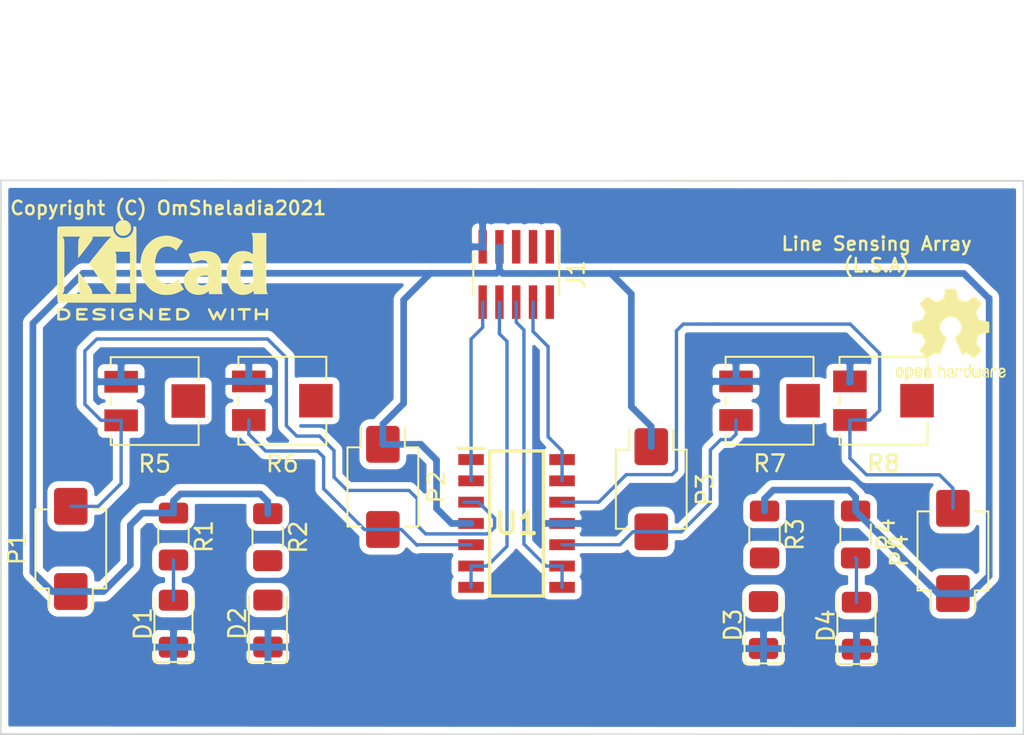
<source format=kicad_pcb>
(kicad_pcb (version 20171130) (host pcbnew "(5.1.4-0)")
  (layers (0 F.Cu signal) (31 B.Cu signal) (34 B.Paste user) (35 F.Paste user) (36 B.SilkS user) (37 F.SilkS user) (38 B.Mask user) (39 F.Mask user) (44 Edge.Cuts user))
  (net 0 "")
  (net 1 GND)
  (net 2 "Net-(D1-Pad2)")
  (net 3 "Net-(D2-Pad2)")
  (net 4 "Net-(D3-Pad2)")
  (net 5 "Net-(D4-Pad2)")
  (net 6 "Net-(J1-Pad1)")
  (net 7 "Net-(J1-Pad2)")
  (net 8 "Net-(J1-Pad3)")
  (net 9 04)
  (net 10 "Net-(J1-Pad5)")
  (net 11 03)
  (net 12 VCC)
  (net 13 02)
  (net 14 01)
  (net 15 A1)
  (net 16 A2)
  (net 17 A3)
  (net 18 A4)
  (net 19 "Net-(R5-Pad2)")
  (net 20 "Net-(R6-Pad2)")
  (net 21 "Net-(R7-Pad2)")
  (net 22 "Net-(R8-Pad2)")
  (module LIB_LM324DR:SOIC127P600X175-14N (layer F.Cu) (at 130.81 80.59)
    (fp_text reference U1 (at 0 0) (layer F.SilkS) (effects (font (size 1.27 1.27) (thickness 0.254))))
    (fp_text value LM324N_NOPB hide)
    (pad 14 smd rect (at 2.712 -3.81 90) (size 0.65 1.525) (layers F.Cu F.Paste F.Mask) (net 9 04))
    (pad 13 smd rect (at 2.712 -2.54 90) (size 0.65 1.525) (layers F.Cu F.Paste F.Mask) (net 9 04))
    (pad 12 smd rect (at 2.712 -1.27 90) (size 0.65 1.525) (layers F.Cu F.Paste F.Mask) (net 18 A4))
    (pad 11 smd rect (at 2.712 0 90) (size 0.65 1.525) (layers F.Cu F.Paste F.Mask) (net 1 GND))
    (pad 10 smd rect (at 2.712 1.27 90) (size 0.65 1.525) (layers F.Cu F.Paste F.Mask) (net 17 A3))
    (pad 9 smd rect (at 2.712 2.54 90) (size 0.65 1.525) (layers F.Cu F.Paste F.Mask) (net 11 03))
    (pad 8 smd rect (at 2.712 3.81 90) (size 0.65 1.525) (layers F.Cu F.Paste F.Mask) (net 11 03))
    (pad 7 smd rect (at -2.712 3.81 90) (size 0.65 1.525) (layers F.Cu F.Paste F.Mask) (net 13 02))
    (pad 6 smd rect (at -2.712 2.54 90) (size 0.65 1.525) (layers F.Cu F.Paste F.Mask) (net 13 02))
    (pad 5 smd rect (at -2.712 1.27 90) (size 0.65 1.525) (layers F.Cu F.Paste F.Mask) (net 16 A2))
    (pad 4 smd rect (at -2.712 0 90) (size 0.65 1.525) (layers F.Cu F.Paste F.Mask) (net 12 VCC))
    (pad 3 smd rect (at -2.712 -1.27 90) (size 0.65 1.525) (layers F.Cu F.Paste F.Mask) (net 15 A1))
    (pad 2 smd rect (at -2.712 -2.54 90) (size 0.65 1.525) (layers F.Cu F.Paste F.Mask) (net 14 01))
    (pad 1 smd rect (at -2.712 -3.81 90) (size 0.65 1.525) (layers F.Cu F.Paste F.Mask) (net 14 01))
  )
  (module OptoDevice:Osram_SMD-DIL2_4.5x4.0mm (layer F.Cu) (at 138.84 78.55 270)
    (fp_text reference P3 (at 0.01 -3.2 90) (layer F.SilkS))
    (fp_text value D_Photo)
    (pad 1 smd roundrect (at -2.54 0 90) (size 2.2 2) (layers F.Cu F.Paste F.Mask) (roundrect_rratio 0.125) (net 12 VCC))
    (pad 2 smd roundrect (at 2.54 0 90) (size 2.2 2) (layers F.Cu F.Paste F.Mask) (roundrect_rratio 0.125) (net 17 A3))
  )
  (module Resistor_SMD:R_1206_3216Metric (layer F.Cu) (at 151.02 81.25 270)
    (fp_text reference R4 (at 0 -1.82 90) (layer F.SilkS))
    (fp_text value R_US)
    (pad 2 smd roundrect (at 1.4 0 270) (size 1.25 1.75) (layers F.Cu F.Paste F.Mask) (roundrect_rratio 0.2) (net 5 "Net-(D4-Pad2)"))
    (pad 1 smd roundrect (at -1.4 0 270) (size 1.25 1.75) (layers F.Cu F.Paste F.Mask) (roundrect_rratio 0.2) (net 12 VCC))
  )
  (module Resistor_SMD:R_1206_3216Metric (layer F.Cu) (at 145.59 81.25 270)
    (fp_text reference R3 (at 0 -1.82 90) (layer F.SilkS))
    (fp_text value R_US)
    (pad 2 smd roundrect (at 1.4 0 270) (size 1.25 1.75) (layers F.Cu F.Paste F.Mask) (roundrect_rratio 0.2) (net 4 "Net-(D3-Pad2)"))
    (pad 1 smd roundrect (at -1.4 0 270) (size 1.25 1.75) (layers F.Cu F.Paste F.Mask) (roundrect_rratio 0.2) (net 12 VCC))
  )
  (module Resistor_SMD:R_1206_3216Metric (layer F.Cu) (at 115.98 81.41 270)
    (fp_text reference R2 (at 0 -1.82 90) (layer F.SilkS))
    (fp_text value R_US)
    (pad 2 smd roundrect (at 1.4 0 270) (size 1.25 1.75) (layers F.Cu F.Paste F.Mask) (roundrect_rratio 0.2) (net 3 "Net-(D2-Pad2)"))
    (pad 1 smd roundrect (at -1.4 0 270) (size 1.25 1.75) (layers F.Cu F.Paste F.Mask) (roundrect_rratio 0.2) (net 12 VCC))
  )
  (module Resistor_SMD:R_1206_3216Metric (layer F.Cu) (at 110.36 81.37 270)
    (fp_text reference R1 (at 0 -1.82 90) (layer F.SilkS))
    (fp_text value R_US)
    (pad 2 smd roundrect (at 1.4 0 270) (size 1.25 1.75) (layers F.Cu F.Paste F.Mask) (roundrect_rratio 0.2) (net 2 "Net-(D1-Pad2)"))
    (pad 1 smd roundrect (at -1.4 0 270) (size 1.25 1.75) (layers F.Cu F.Paste F.Mask) (roundrect_rratio 0.2) (net 12 VCC))
  )
  (module LED_SMD:LED_1206_3216Metric (layer F.Cu) (at 151.07 86.69 90)
    (fp_text reference D4 (at 0 -1.82 90) (layer F.SilkS))
    (fp_text value LED)
    (pad 2 smd roundrect (at 1.4 0 90) (size 1.25 1.75) (layers F.Cu F.Paste F.Mask) (roundrect_rratio 0.2) (net 5 "Net-(D4-Pad2)"))
    (pad 1 smd roundrect (at -1.4 0 90) (size 1.25 1.75) (layers F.Cu F.Paste F.Mask) (roundrect_rratio 0.2) (net 1 GND))
  )
  (module LED_SMD:LED_1206_3216Metric (layer F.Cu) (at 145.53 86.65 90)
    (fp_text reference D3 (at 0 -1.82 90) (layer F.SilkS))
    (fp_text value LED)
    (pad 2 smd roundrect (at 1.4 0 90) (size 1.25 1.75) (layers F.Cu F.Paste F.Mask) (roundrect_rratio 0.2) (net 4 "Net-(D3-Pad2)"))
    (pad 1 smd roundrect (at -1.4 0 90) (size 1.25 1.75) (layers F.Cu F.Paste F.Mask) (roundrect_rratio 0.2) (net 1 GND))
  )
  (module LED_SMD:LED_1206_3216Metric (layer F.Cu) (at 115.99 86.56 90)
    (fp_text reference D2 (at 0 -1.82 90) (layer F.SilkS))
    (fp_text value LED)
    (pad 2 smd roundrect (at 1.4 0 90) (size 1.25 1.75) (layers F.Cu F.Paste F.Mask) (roundrect_rratio 0.2) (net 3 "Net-(D2-Pad2)"))
    (pad 1 smd roundrect (at -1.4 0 90) (size 1.25 1.75) (layers F.Cu F.Paste F.Mask) (roundrect_rratio 0.2) (net 1 GND))
  )
  (module LED_SMD:LED_1206_3216Metric (layer F.Cu) (at 110.36 86.57 90)
    (fp_text reference D1 (at 0 -1.82 90) (layer F.SilkS))
    (fp_text value LED)
    (pad 2 smd roundrect (at 1.4 0 90) (size 1.25 1.75) (layers F.Cu F.Paste F.Mask) (roundrect_rratio 0.2) (net 2 "Net-(D1-Pad2)"))
    (pad 1 smd roundrect (at -1.4 0 90) (size 1.25 1.75) (layers F.Cu F.Paste F.Mask) (roundrect_rratio 0.2) (net 1 GND))
  )
  (module Connector_PinHeader_1.00mm:PinHeader_2x05_P1.00mm_Vertical_SMD (layer F.Cu) (at 130.79 65.74 270)
    (fp_text reference J1 (at 0 -3.56 90) (layer F.SilkS))
    (fp_text value Conn_02x05_Odd_Even)
    (pad 10 smd rect (at 1.65 2 270) (size 2 0.5) (layers F.Cu F.Paste F.Mask) (net 14 01))
    (pad 9 smd rect (at -1.65 2 270) (size 2 0.5) (layers F.Cu F.Paste F.Mask) (net 1 GND))
    (pad 8 smd rect (at 1.65 1 270) (size 2 0.5) (layers F.Cu F.Paste F.Mask) (net 13 02))
    (pad 7 smd rect (at -1.65 1 270) (size 2 0.5) (layers F.Cu F.Paste F.Mask) (net 12 VCC))
    (pad 6 smd rect (at 1.65 0 270) (size 2 0.5) (layers F.Cu F.Paste F.Mask) (net 11 03))
    (pad 5 smd rect (at -1.65 0 270) (size 2 0.5) (layers F.Cu F.Paste F.Mask) (net 10 "Net-(J1-Pad5)"))
    (pad 4 smd rect (at 1.65 -1 270) (size 2 0.5) (layers F.Cu F.Paste F.Mask) (net 9 04))
    (pad 3 smd rect (at -1.65 -1 270) (size 2 0.5) (layers F.Cu F.Paste F.Mask) (net 8 "Net-(J1-Pad3)"))
    (pad 2 smd rect (at 1.65 -2 270) (size 2 0.5) (layers F.Cu F.Paste F.Mask) (net 7 "Net-(J1-Pad2)"))
    (pad 1 smd rect (at -1.65 -2 270) (size 2 0.5) (layers F.Cu F.Paste F.Mask) (net 6 "Net-(J1-Pad1)"))
  )
  (module OptoDevice:Osram_SMD-DIL2_4.5x4.0mm (layer F.Cu) (at 156.82 82.23 90)
    (fp_text reference P4 (at 0.01 -3.2 90) (layer F.SilkS))
    (fp_text value D_Photo)
    (pad 1 smd roundrect (at -2.54 0 270) (size 2.2 2) (layers F.Cu F.Paste F.Mask) (roundrect_rratio 0.125) (net 12 VCC))
    (pad 2 smd roundrect (at 2.54 0 270) (size 2.2 2) (layers F.Cu F.Paste F.Mask) (roundrect_rratio 0.125) (net 18 A4))
  )
  (module OptoDevice:Osram_SMD-DIL2_4.5x4.0mm (layer F.Cu) (at 122.84 78.41 270)
    (fp_text reference P2 (at 0.01 -3.2 90) (layer F.SilkS))
    (fp_text value D_Photo)
    (pad 1 smd roundrect (at -2.54 0 90) (size 2.2 2) (layers F.Cu F.Paste F.Mask) (roundrect_rratio 0.125) (net 12 VCC))
    (pad 2 smd roundrect (at 2.54 0 90) (size 2.2 2) (layers F.Cu F.Paste F.Mask) (roundrect_rratio 0.125) (net 16 A2))
  )
  (module OptoDevice:Osram_SMD-DIL2_4.5x4.0mm (layer F.Cu) (at 104.24 82.11 90)
    (fp_text reference P1 (at 0.01 -3.2 90) (layer F.SilkS))
    (fp_text value D_Photo)
    (pad 1 smd roundrect (at -2.54 0 270) (size 2.2 2) (layers F.Cu F.Paste F.Mask) (roundrect_rratio 0.125) (net 12 VCC))
    (pad 2 smd roundrect (at 2.54 0 270) (size 2.2 2) (layers F.Cu F.Paste F.Mask) (roundrect_rratio 0.125) (net 15 A1))
  )
  (module Potentiometer_SMD:Potentiometer_Vishay_TS53YJ_Vertical (layer F.Cu) (at 116.85 73.27 180)
    (fp_text reference R6 (at 0 -3.75) (layer F.SilkS))
    (fp_text value R_POT_Small hide)
    (pad 3 smd rect (at 2 1.15 180) (size 2 1.3) (layers F.Cu F.Paste F.Mask) (net 1 GND))
    (pad 2 smd rect (at -2 0 180) (size 2 2) (layers F.Cu F.Paste F.Mask) (net 20 "Net-(R6-Pad2)"))
    (pad 1 smd rect (at 2 -1.15 180) (size 2 1.3) (layers F.Cu F.Paste F.Mask) (net 16 A2))
  )
  (module Potentiometer_SMD:Potentiometer_Vishay_TS53YJ_Vertical (layer F.Cu) (at 152.68 73.27 180)
    (fp_text reference R8 (at 0 -3.75) (layer F.SilkS))
    (fp_text value R_POT_Small)
    (pad 3 smd rect (at 2 1.15 180) (size 2 1.3) (layers F.Cu F.Paste F.Mask) (net 1 GND))
    (pad 2 smd rect (at -2 0 180) (size 2 2) (layers F.Cu F.Paste F.Mask) (net 22 "Net-(R8-Pad2)"))
    (pad 1 smd rect (at 2 -1.15 180) (size 2 1.3) (layers F.Cu F.Paste F.Mask) (net 18 A4))
  )
  (module Potentiometer_SMD:Potentiometer_Vishay_TS53YJ_Vertical (layer F.Cu) (at 145.89 73.27 180)
    (fp_text reference R7 (at 0 -3.75) (layer F.SilkS))
    (fp_text value R_POT_Small)
    (pad 3 smd rect (at 2 1.15 180) (size 2 1.3) (layers F.Cu F.Paste F.Mask) (net 1 GND))
    (pad 2 smd rect (at -2 0 180) (size 2 2) (layers F.Cu F.Paste F.Mask) (net 21 "Net-(R7-Pad2)"))
    (pad 1 smd rect (at 2 -1.15 180) (size 2 1.3) (layers F.Cu F.Paste F.Mask) (net 17 A3))
  )
  (module Potentiometer_SMD:Potentiometer_Vishay_TS53YJ_Vertical (layer F.Cu) (at 109.24 73.29 180)
    (fp_text reference R5 (at 0 -3.75) (layer F.SilkS))
    (fp_text value R_POT_Small)
    (pad 3 smd rect (at 2 1.15 180) (size 2 1.3) (layers F.Cu F.Paste F.Mask) (net 1 GND))
    (pad 2 smd rect (at -2 0 180) (size 2 2) (layers F.Cu F.Paste F.Mask) (net 19 "Net-(R5-Pad2)"))
    (pad 1 smd rect (at 2 -1.15 180) (size 2 1.3) (layers F.Cu F.Paste F.Mask) (net 15 A1))
  )
  (module Symbol:KiCad-Logo2_5mm_SilkScreen (layer F.Cu) (at 109.71 65.48)
    (fp_text reference "" hide)
    (fp_text value KiCad-Logo2_5mm_SilkScreen)
  )
  (module Symbol:OSHW-Logo2_7.3x6mm_SilkScreen (layer F.Cu) (at 156.69 69.35)
    (fp_text reference REF** hide)
    (fp_text value OSHW-Logo2_7.3x6mm_SilkScreen hide)
  )
  (gr_text "Line Sensing Array\n(L.S.A)" (at 152.27 64.55) (layer F.SilkS) (effects (font (size 0.8 0.8))))
  (gr_text "Copyright (C) OmSheladia2021" (at 110.05 61.78) (layer F.SilkS) (effects (font (size 0.8 0.8))))
  (gr_line (start 100.07 60.13) (end 100.07 93.15) (layer Edge.Cuts) (width 0.1))
  (gr_line (start 161.03 93.18) (end 100.07 93.15) (layer Edge.Cuts) (width 0.1))
  (gr_line (start 161.03 60.16) (end 161.03 93.18) (layer Edge.Cuts) (width 0.1))
  (gr_line (start 100.07 60.13) (end 161.03 60.16) (layer Edge.Cuts) (width 0.1))
  (segment (start 133.522 80.59) (end 135.9 80.59) (width 0.4) (layer B.Cu) (net 1))
  (segment (start 135.9 80.59) (end 137.85 78.64) (width 0.4) (layer B.Cu) (net 1))
  (segment (start 137.85 78.64) (end 140.16 78.64) (width 0.4) (layer B.Cu) (net 1))
  (segment (start 140.16 78.64) (end 141.24 77.56) (width 0.4) (layer B.Cu) (net 1))
  (segment (start 141.24 77.56) (end 141.24 73.4) (width 0.4) (layer B.Cu) (net 1))
  (segment (start 141.24 73.4) (end 142.19 72.45) (width 0.4) (layer B.Cu) (net 1))
  (segment (start 142.49 72.12) (end 143.89 72.12) (width 0.4) (layer B.Cu) (net 1))
  (segment (start 142.19 72.42) (end 142.49 72.12) (width 0.4) (layer B.Cu) (net 1))
  (segment (start 142.19 72.45) (end 142.19 72.42) (width 0.4) (layer B.Cu) (net 1))
  (segment (start 150.68 71.04) (end 150.68 72.12) (width 0.4) (layer B.Cu) (net 1))
  (segment (start 150.14 70.5) (end 150.68 71.04) (width 0.4) (layer B.Cu) (net 1))
  (segment (start 143.89 71.07) (end 144.46 70.5) (width 0.4) (layer B.Cu) (net 1))
  (segment (start 144.46 70.5) (end 150.14 70.5) (width 0.4) (layer B.Cu) (net 1))
  (segment (start 143.89 72.12) (end 143.89 71.07) (width 0.4) (layer B.Cu) (net 1))
  (segment (start 143.96 88.05) (end 145.53 88.05) (width 0.4) (layer B.Cu) (net 1))
  (segment (start 143.21 87.3) (end 143.96 88.05) (width 0.4) (layer B.Cu) (net 1))
  (segment (start 146 72.83) (end 146 76.48) (width 0.4) (layer B.Cu) (net 1))
  (segment (start 143.21 79.27) (end 143.21 87.3) (width 0.4) (layer B.Cu) (net 1))
  (segment (start 146 76.48) (end 143.21 79.27) (width 0.4) (layer B.Cu) (net 1))
  (segment (start 145.29 72.12) (end 146 72.83) (width 0.4) (layer B.Cu) (net 1))
  (segment (start 143.89 72.12) (end 145.29 72.12) (width 0.4) (layer B.Cu) (net 1))
  (segment (start 117.24 77.59) (end 118.38 78.73) (width 0.4) (layer B.Cu) (net 1))
  (segment (start 117.78 87.96) (end 115.99 87.96) (width 0.4) (layer B.Cu) (net 1))
  (segment (start 114.34 77.59) (end 117.24 77.59) (width 0.4) (layer B.Cu) (net 1))
  (segment (start 118.38 87.36) (end 117.78 87.96) (width 0.4) (layer B.Cu) (net 1))
  (segment (start 114.85 72.12) (end 113.45 72.12) (width 0.4) (layer B.Cu) (net 1))
  (segment (start 112.94 76.19) (end 114.34 77.59) (width 0.4) (layer B.Cu) (net 1))
  (segment (start 112.94 72.63) (end 112.94 76.19) (width 0.4) (layer B.Cu) (net 1))
  (segment (start 118.38 78.73) (end 118.38 87.36) (width 0.4) (layer B.Cu) (net 1))
  (segment (start 113.45 72.12) (end 112.94 72.63) (width 0.4) (layer B.Cu) (net 1))
  (segment (start 110.36 85.17) (end 110.36 82.77) (width 0.2) (layer B.Cu) (net 2))
  (segment (start 151.07 82.7) (end 151.02 82.65) (width 0.2) (layer B.Cu) (net 5))
  (segment (start 151.07 85.29) (end 151.07 82.7) (width 0.2) (layer B.Cu) (net 5))
  (segment (start 133.522 78.05) (end 133.522 76.78) (width 0.2) (layer B.Cu) (net 9))
  (segment (start 133.522 76.255) (end 132.69 75.423) (width 0.2) (layer B.Cu) (net 9))
  (segment (start 133.522 76.78) (end 133.522 76.255) (width 0.2) (layer B.Cu) (net 9))
  (segment (start 132.69 75.423) (end 132.69 70.04) (width 0.2) (layer B.Cu) (net 9))
  (segment (start 131.79 69.14) (end 131.79 67.39) (width 0.2) (layer B.Cu) (net 9))
  (segment (start 132.69 70.04) (end 131.79 69.14) (width 0.2) (layer B.Cu) (net 9))
  (segment (start 133.522 84.4) (end 133.522 83.13) (width 0.2) (layer B.Cu) (net 11))
  (segment (start 130.79 68.59) (end 131.25 69.05) (width 0.2) (layer B.Cu) (net 11))
  (segment (start 130.79 67.39) (end 130.79 68.59) (width 0.2) (layer B.Cu) (net 11))
  (segment (start 131.25 81.8205) (end 131.25 80.37) (width 0.2) (layer B.Cu) (net 11))
  (segment (start 131.25 80.37) (end 131.25 80.55) (width 0.2) (layer B.Cu) (net 11))
  (segment (start 132.5595 83.13) (end 131.25 81.8205) (width 0.2) (layer B.Cu) (net 11))
  (segment (start 133.522 83.13) (end 132.5595 83.13) (width 0.2) (layer B.Cu) (net 11))
  (segment (start 131.25 69.05) (end 131.25 80.37) (width 0.2) (layer B.Cu) (net 11))
  (segment (start 126.9355 80.59) (end 126.04 79.6945) (width 0.4) (layer B.Cu) (net 12))
  (segment (start 128.098 80.59) (end 126.9355 80.59) (width 0.4) (layer B.Cu) (net 12))
  (segment (start 126.04 79.6945) (end 126.04 76.81) (width 0.4) (layer B.Cu) (net 12))
  (segment (start 125.1 75.87) (end 122.84 75.87) (width 0.4) (layer B.Cu) (net 12))
  (segment (start 126.04 76.81) (end 125.1 75.87) (width 0.4) (layer B.Cu) (net 12))
  (segment (start 104.24 84.65) (end 106.19 84.65) (width 0.4) (layer B.Cu) (net 12))
  (segment (start 106.19 84.65) (end 107.79 83.05) (width 0.4) (layer B.Cu) (net 12))
  (segment (start 107.79 83.05) (end 107.79 80.69) (width 0.4) (layer B.Cu) (net 12))
  (segment (start 108.51 79.97) (end 110.36 79.97) (width 0.4) (layer B.Cu) (net 12))
  (segment (start 107.79 80.69) (end 108.51 79.97) (width 0.4) (layer B.Cu) (net 12))
  (segment (start 155.94 84.77) (end 156.82 84.77) (width 0.4) (layer B.Cu) (net 12))
  (segment (start 151.02 79.85) (end 155.94 84.77) (width 0.4) (layer B.Cu) (net 12))
  (segment (start 129.79 65.49) (end 129.79 64.09) (width 0.4) (layer B.Cu) (net 12))
  (segment (start 129.79 65.060002) (end 129.79 64.09) (width 0.4) (layer B.Cu) (net 12))
  (segment (start 129.79 65.49) (end 129.98 65.68) (width 0.4) (layer B.Cu) (net 12))
  (segment (start 138.84 74.81) (end 137.65 73.62) (width 0.4) (layer B.Cu) (net 12))
  (segment (start 138.84 76.01) (end 138.84 74.81) (width 0.4) (layer B.Cu) (net 12))
  (segment (start 137.65 66.9) (end 136.43 65.68) (width 0.4) (layer B.Cu) (net 12))
  (segment (start 137.65 73.62) (end 137.65 66.9) (width 0.4) (layer B.Cu) (net 12))
  (segment (start 129.98 65.68) (end 136.43 65.68) (width 0.4) (layer B.Cu) (net 12))
  (segment (start 129.61 65.67) (end 129.79 65.49) (width 0.4) (layer B.Cu) (net 12))
  (segment (start 101.98 68.66) (end 104.97 65.67) (width 0.4) (layer B.Cu) (net 12))
  (segment (start 101.98 83.49) (end 101.98 68.66) (width 0.4) (layer B.Cu) (net 12))
  (segment (start 103.14 84.65) (end 101.98 83.49) (width 0.4) (layer B.Cu) (net 12))
  (segment (start 104.24 84.65) (end 103.14 84.65) (width 0.4) (layer B.Cu) (net 12))
  (segment (start 122.84 74.67) (end 124.08 73.43) (width 0.4) (layer B.Cu) (net 12))
  (segment (start 122.84 75.87) (end 122.84 74.67) (width 0.4) (layer B.Cu) (net 12))
  (segment (start 124.08 67.26) (end 125.67 65.67) (width 0.4) (layer B.Cu) (net 12))
  (segment (start 124.08 73.43) (end 124.08 67.26) (width 0.4) (layer B.Cu) (net 12))
  (segment (start 125.67 65.67) (end 129.61 65.67) (width 0.4) (layer B.Cu) (net 12))
  (segment (start 104.97 65.67) (end 125.67 65.67) (width 0.4) (layer B.Cu) (net 12))
  (segment (start 151.02 79.02) (end 151.02 79.85) (width 0.4) (layer B.Cu) (net 12))
  (segment (start 145.59 79.125) (end 146.115 78.6) (width 0.4) (layer B.Cu) (net 12))
  (segment (start 150.6 78.6) (end 151.02 79.02) (width 0.4) (layer B.Cu) (net 12))
  (segment (start 146.115 78.6) (end 150.6 78.6) (width 0.4) (layer B.Cu) (net 12))
  (segment (start 145.59 79.85) (end 145.59 79.125) (width 0.4) (layer B.Cu) (net 12))
  (segment (start 157.92 84.77) (end 158.98 83.71) (width 0.4) (layer B.Cu) (net 12))
  (segment (start 156.82 84.77) (end 157.92 84.77) (width 0.4) (layer B.Cu) (net 12))
  (segment (start 158.98 83.71) (end 158.98 67.16) (width 0.4) (layer B.Cu) (net 12))
  (segment (start 158.95 67.16) (end 157.47 65.68) (width 0.4) (layer B.Cu) (net 12))
  (segment (start 158.98 67.16) (end 158.95 67.16) (width 0.4) (layer B.Cu) (net 12))
  (segment (start 136.43 65.68) (end 157.47 65.68) (width 0.4) (layer B.Cu) (net 12))
  (segment (start 115.525 78.83) (end 115.98 79.285) (width 0.4) (layer B.Cu) (net 12))
  (segment (start 110.36 79.245) (end 110.775 78.83) (width 0.4) (layer B.Cu) (net 12))
  (segment (start 115.98 79.285) (end 115.98 80.01) (width 0.4) (layer B.Cu) (net 12))
  (segment (start 110.775 78.83) (end 115.525 78.83) (width 0.4) (layer B.Cu) (net 12))
  (segment (start 110.36 79.97) (end 110.36 79.245) (width 0.4) (layer B.Cu) (net 12))
  (segment (start 128.098 84.4) (end 128.098 83.13) (width 0.2) (layer B.Cu) (net 13))
  (segment (start 130.24 81.9505) (end 130.24 69.73) (width 0.2) (layer B.Cu) (net 13))
  (segment (start 129.0605 83.13) (end 130.24 81.9505) (width 0.2) (layer B.Cu) (net 13))
  (segment (start 128.098 83.13) (end 129.0605 83.13) (width 0.2) (layer B.Cu) (net 13))
  (segment (start 129.79 69.28) (end 129.79 67.39) (width 0.2) (layer B.Cu) (net 13))
  (segment (start 130.24 69.73) (end 129.79 69.28) (width 0.2) (layer B.Cu) (net 13))
  (segment (start 128.098 78.05) (end 128.098 76.78) (width 0.2) (layer B.Cu) (net 14))
  (segment (start 128.098 76.78) (end 128.098 69.592) (width 0.2) (layer B.Cu) (net 14))
  (segment (start 128.79 68.9) (end 128.79 67.39) (width 0.2) (layer B.Cu) (net 14))
  (segment (start 128.098 69.592) (end 128.79 68.9) (width 0.2) (layer B.Cu) (net 14))
  (segment (start 104.24 79.57) (end 105.88 79.57) (width 0.2) (layer B.Cu) (net 15))
  (segment (start 107.24 78.21) (end 107.24 74.44) (width 0.2) (layer B.Cu) (net 15))
  (segment (start 105.88 79.57) (end 107.24 78.21) (width 0.2) (layer B.Cu) (net 15))
  (segment (start 128.098 79.32) (end 127.6605 79.32) (width 0.2) (layer B.Cu) (net 15))
  (segment (start 128.5355 79.32) (end 128.098 79.32) (width 0.2) (layer B.Cu) (net 15))
  (segment (start 129.5 80.2845) (end 128.5355 79.32) (width 0.2) (layer B.Cu) (net 15))
  (segment (start 129.100501 81.215001) (end 129.5 80.815502) (width 0.2) (layer B.Cu) (net 15))
  (segment (start 129.5 80.815502) (end 129.5 80.2845) (width 0.2) (layer B.Cu) (net 15))
  (segment (start 106.04 74.44) (end 105.08 73.48) (width 0.2) (layer B.Cu) (net 15))
  (segment (start 119.06 75.38) (end 119.93 76.25) (width 0.2) (layer B.Cu) (net 15))
  (segment (start 117.71 75.38) (end 119.06 75.38) (width 0.2) (layer B.Cu) (net 15))
  (segment (start 117.09 70.71) (end 117.09 74.76) (width 0.2) (layer B.Cu) (net 15))
  (segment (start 117.09 74.76) (end 117.71 75.38) (width 0.2) (layer B.Cu) (net 15))
  (segment (start 105.08 70.3) (end 105.79 69.59) (width 0.2) (layer B.Cu) (net 15))
  (segment (start 115.97 69.59) (end 117.09 70.71) (width 0.2) (layer B.Cu) (net 15))
  (segment (start 107.24 74.44) (end 106.04 74.44) (width 0.2) (layer B.Cu) (net 15))
  (segment (start 105.79 69.59) (end 115.97 69.59) (width 0.2) (layer B.Cu) (net 15))
  (segment (start 105.08 73.48) (end 105.08 70.3) (width 0.2) (layer B.Cu) (net 15))
  (segment (start 119.93 76.25) (end 119.93 77.83) (width 0.2) (layer B.Cu) (net 15))
  (segment (start 119.93 77.83) (end 120.72 78.62) (width 0.2) (layer B.Cu) (net 15))
  (segment (start 120.72 78.62) (end 124.4 78.62) (width 0.2) (layer B.Cu) (net 15))
  (segment (start 124.4 78.62) (end 124.89 79.11) (width 0.2) (layer B.Cu) (net 15))
  (segment (start 124.89 79.11) (end 124.89 80.71) (width 0.2) (layer B.Cu) (net 15))
  (segment (start 126.574999 81.215001) (end 129.100501 81.215001) (width 0.2) (layer B.Cu) (net 15))
  (segment (start 125.395001 81.215001) (end 126.574999 81.215001) (width 0.2) (layer B.Cu) (net 15))
  (segment (start 124.89 80.71) (end 125.395001 81.215001) (width 0.2) (layer B.Cu) (net 15))
  (segment (start 126.255001 81.215001) (end 126.574999 81.215001) (width 0.2) (layer B.Cu) (net 15))
  (segment (start 123.94 80.95) (end 124.88 81.89) (width 0.2) (layer B.Cu) (net 16))
  (segment (start 122.84 80.95) (end 123.94 80.95) (width 0.2) (layer B.Cu) (net 16))
  (segment (start 124.91 81.86) (end 128.098 81.86) (width 0.2) (layer B.Cu) (net 16))
  (segment (start 124.88 81.89) (end 124.91 81.86) (width 0.2) (layer B.Cu) (net 16))
  (segment (start 119.31 78.52) (end 121.74 80.95) (width 0.2) (layer B.Cu) (net 16))
  (segment (start 118.94 76.27) (end 119.31 76.64) (width 0.2) (layer B.Cu) (net 16))
  (segment (start 119.31 76.64) (end 119.31 78.52) (width 0.2) (layer B.Cu) (net 16))
  (segment (start 115.85 76.27) (end 118.94 76.27) (width 0.2) (layer B.Cu) (net 16))
  (segment (start 114.85 75.27) (end 115.85 76.27) (width 0.2) (layer B.Cu) (net 16))
  (segment (start 121.74 80.95) (end 122.84 80.95) (width 0.2) (layer B.Cu) (net 16))
  (segment (start 114.85 74.42) (end 114.85 75.27) (width 0.2) (layer B.Cu) (net 16))
  (segment (start 134.4845 81.86) (end 133.522 81.86) (width 0.2) (layer B.Cu) (net 17))
  (segment (start 136.97 81.86) (end 134.4845 81.86) (width 0.2) (layer B.Cu) (net 17))
  (segment (start 137.74 81.09) (end 136.97 81.86) (width 0.2) (layer B.Cu) (net 17))
  (segment (start 138.84 81.09) (end 137.74 81.09) (width 0.2) (layer B.Cu) (net 17))
  (segment (start 138.84 81.09) (end 140.63 81.09) (width 0.2) (layer B.Cu) (net 17))
  (segment (start 140.63 81.09) (end 142.36 79.36) (width 0.2) (layer B.Cu) (net 17))
  (segment (start 142.36 79.36) (end 142.36 76.21) (width 0.2) (layer B.Cu) (net 17))
  (segment (start 142.36 76.21) (end 142.98 75.59) (width 0.2) (layer B.Cu) (net 17))
  (segment (start 143.89 75.27) (end 143.89 74.42) (width 0.2) (layer B.Cu) (net 17))
  (segment (start 143.57 75.59) (end 143.89 75.27) (width 0.2) (layer B.Cu) (net 17))
  (segment (start 142.98 75.59) (end 143.57 75.59) (width 0.2) (layer B.Cu) (net 17))
  (segment (start 156.82 78.49) (end 156.02 77.69) (width 0.2) (layer B.Cu) (net 18))
  (segment (start 156.82 79.69) (end 156.82 78.49) (width 0.2) (layer B.Cu) (net 18))
  (segment (start 156.02 77.69) (end 151.67 77.69) (width 0.2) (layer B.Cu) (net 18))
  (segment (start 150.68 76.7) (end 150.68 74.42) (width 0.2) (layer B.Cu) (net 18))
  (segment (start 151.67 77.69) (end 150.68 76.7) (width 0.2) (layer B.Cu) (net 18))
  (segment (start 150.68 74.42) (end 150.68 75.27) (width 0.2) (layer B.Cu) (net 18))
  (segment (start 152.45 70.45) (end 150.7 68.7) (width 0.2) (layer B.Cu) (net 18))
  (segment (start 152.45 73.85) (end 152.45 70.45) (width 0.2) (layer B.Cu) (net 18))
  (segment (start 151.88 74.42) (end 152.45 73.85) (width 0.2) (layer B.Cu) (net 18))
  (segment (start 150.68 74.42) (end 151.88 74.42) (width 0.2) (layer B.Cu) (net 18))
  (segment (start 133.522 79.32) (end 135.66 79.32) (width 0.2) (layer B.Cu) (net 18))
  (segment (start 142.74 68.7) (end 142.49 68.7) (width 0.2) (layer B.Cu) (net 18))
  (segment (start 150.7 68.7) (end 142.74 68.7) (width 0.2) (layer B.Cu) (net 18))
  (segment (start 135.66 79.32) (end 135.71 79.32) (width 0.2) (layer B.Cu) (net 18))
  (segment (start 135.71 79.32) (end 137.21 77.82) (width 0.2) (layer B.Cu) (net 18))
  (segment (start 137.21 77.82) (end 137.35 77.68) (width 0.2) (layer B.Cu) (net 18))
  (segment (start 137.35 77.68) (end 140.07 77.68) (width 0.2) (layer B.Cu) (net 18))
  (segment (start 140.07 77.68) (end 140.08 77.68) (width 0.2) (layer B.Cu) (net 18))
  (segment (start 140.74 68.7) (end 141.79 68.7) (width 0.2) (layer B.Cu) (net 18))
  (segment (start 140.34 77.41) (end 140.34 69.1) (width 0.2) (layer B.Cu) (net 18))
  (segment (start 140.07 77.68) (end 140.34 77.41) (width 0.2) (layer B.Cu) (net 18))
  (segment (start 141.79 68.7) (end 142.74 68.7) (width 0.2) (layer B.Cu) (net 18))
  (segment (start 140.34 69.1) (end 140.74 68.7) (width 0.2) (layer B.Cu) (net 18))
  (segment (start 141.62 68.7) (end 141.79 68.7) (width 0.2) (layer B.Cu) (net 18))
  (segment (start 141.61 68.69) (end 141.62 68.7) (width 0.2) (layer B.Cu) (net 18))
  (zone (net 1) (net_name GND) (layer B.Cu) (connect_pads (clearance 0.4)) (min_thickness 0.2) (fill yes (arc_segments 32) (thermal_gap 0.4) (thermal_bridge_width 0.4) (smoothing chamfer))
    (polygon (pts (xy 161.05 59.925) (xy 100.1 60.18) (xy 100.16 93.01) (xy 160.81 92.88)))
  )
  (zone (net 1) (net_name GND) (layer B.Cu) (connect_pads (clearance 0.4)) (min_thickness 0.2) (fill yes (arc_segments 32) (thermal_gap 0.4) (thermal_bridge_width 0.4) (smoothing chamfer))
    (polygon (pts (xy 160.96 60.22) (xy 100.15 60.18) (xy 100.15 93.03) (xy 160.99 93.09)))
  )
)
</source>
